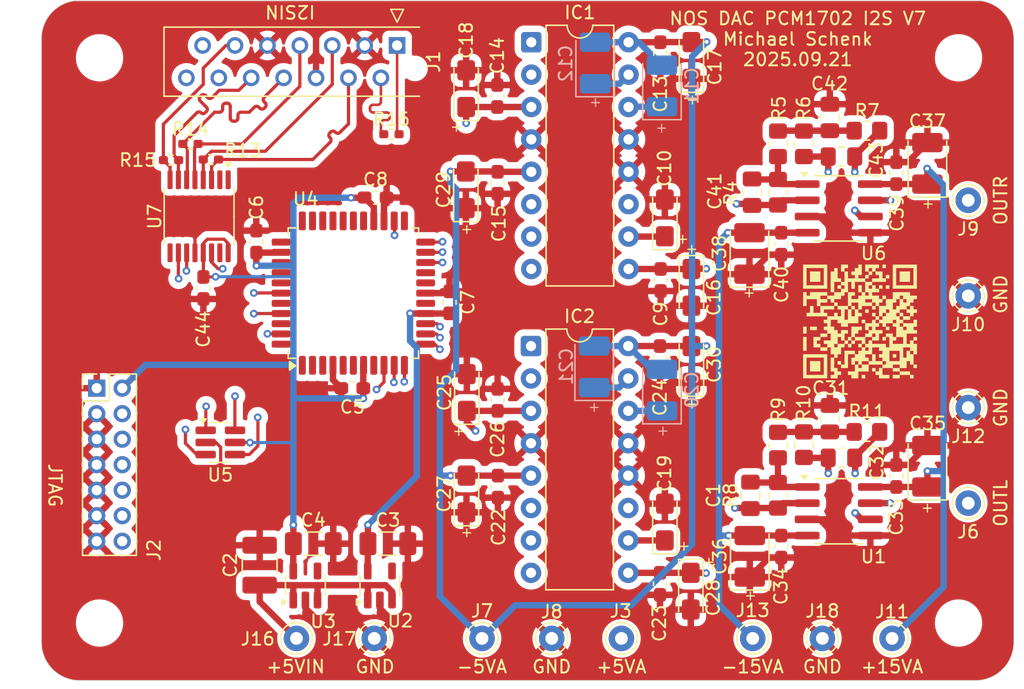
<source format=kicad_pcb>
(kicad_pcb (version 20241229) (generator "pcbnew") (generator_version "9.0")
  (layers (0 "F.Cu" mixed) (4 "In1.Cu" signal) (6 "In2.Cu" signal) (2 "B.Cu" mixed) (13 "F.Paste" user) (15 "B.Paste" user) (5 "F.SilkS" user "F.Silkscreen") (7 "B.SilkS" user "B.Silkscreen") (1 "F.Mask" user) (3 "B.Mask" user) (25 "Edge.Cuts" user))
  (net 0 "")
  (net 1 "GND")
  (net 2 "+3V3")
  (net 3 "+1V8")
  (net 4 "Net-(IC2-IOUT)")
  (net 5 "JTAG_TCK")
  (net 6 "JTAG_TDO")
  (net 7 "JTAG_TDI")
  (net 8 "JTAG_TMS")
  (net 10 "BCK")
  (net 11 "LRCK")
  (net 12 "DATAIN")
  (net 13 "DATAOUTR")
  (net 14 "DATAOUTL")
  (net 15 "+5VA")
  (net 16 "Net-(J16-Pin_1)")
  (net 17 "-5VA")
  (net 18 "Net-(IC1-BPO)")
  (net 19 "Net-(IC1-SERV)")
  (net 20 "-15V")
  (net 21 "+15V")
  (net 22 "Net-(IC1-REF)")
  (net 23 "Net-(IC2-BPO)")
  (net 24 "Net-(IC2-SERV)")
  (net 25 "LEOUTR")
  (net 26 "CLKOUTR")
  (net 27 "LEOUTL")
  (net 28 "CLKOUTL")
  (net 29 "Net-(C1-Pad2)")
  (net 30 "Net-(IC2-REF)")
  (net 31 "Net-(C31-Pad1)")
  (net 32 "Net-(U1B--)")
  (net 33 "Net-(J6-Pin_1)")
  (net 34 "Net-(C41-Pad2)")
  (net 35 "Net-(IC1-IOUT)")
  (net 36 "Net-(C42-Pad1)")
  (net 37 "Net-(J9-Pin_1)")
  (net 38 "Net-(U6B--)")
  (net 43 "SDA")
  (net 44 "SCL")
  (net 45 "/BCLK+")
  (net 46 "RESET")
  (net 47 "/MCLK-")
  (net 48 "/DATAIN-")
  (net 49 "/LRCLK+")
  (net 50 "/BCLK-")
  (net 51 "/LRCLK-")
  (net 52 "/MCLK+")
  (net 53 "/DATAIN+")
  (footprint "MountingHole:MountingHole_3.2mm_M3" (layer "F.Cu") (at 113.03 66.04)
    (property "Reference" "H1" (hide yes))
    (property "Value" "MountingHole")
  )
  (footprint "MountingHole:MountingHole_3.2mm_M3" (layer "F.Cu") (at 113.03 110.363)
    (property "Reference" "H4" (hide yes))
    (property "Value" "MountingHole")
  )
  (footprint "MountingHole:MountingHole_3.2mm_M3" (layer "F.Cu") (at 180.34 110.363)
    (property "Reference" "H3" (hide yes))
    (property "Value" "MountingHole")
  )
  (footprint "MountingHole:MountingHole_3.2mm_M3" (layer "F.Cu") (at 180.34 66.04)
    (property "Reference" "H2" (hide yes))
    (property "Value" "MountingHole")
  )
  (footprint "Capacitor_SMD:C_0603_1608Metric_Pad1.08x0.95mm_HandSolder" (layer "F.Cu") (at 132.8344 91.948)
    (property "Reference" "C5")
    (property "Value" "1uF")
  )
  (footprint "Package_QFP:TQFP-44_10x10mm_P0.8mm" (layer "F.Cu") (at 132.9199 84.4936 90)
    (property "Reference" "U4")
    (property "Value" "XC2C64A-xVQ44")
  )
  (footprint "Capacitor_SMD:C_0603_1608Metric_Pad1.08x0.95mm_HandSolder" (layer "F.Cu") (at 125.3149 80.4559 -90)
    (property "Reference" "C6")
    (property "Value" "1uF")
  )
  (footprint "Capacitor_SMD:C_0603_1608Metric_Pad1.08x0.95mm_HandSolder" (layer "F.Cu") (at 140.4533 85.2181 -90)
    (property "Reference" "C7")
    (property "Value" "1uF")
  )
  (footprint "Capacitor_SMD:C_0603_1608Metric_Pad1.08x0.95mm_HandSolder" (layer "F.Cu") (at 134.661 77.0004 180)
    (property "Reference" "C8")
    (property "Value" "1uF")
  )
  (footprint "Connector_PinHeader_2.00mm:PinHeader_2x07_P2.00mm_Vertical" (layer "F.Cu") (at 112.808 91.948)
    (property "Reference" "J2")
    (property "Value" "Conn_02x07_Odd_Even")
  )
  (footprint "Package_TO_SOT_SMD:SC-74-6_1.55x2.9mm_P0.95mm" (layer "F.Cu") (at 122.497 96.2025)
    (property "Reference" "U5")
    (property "Value" "CM1293A−04SO")
  )
  (footprint "Connector_Pin:Pin_D1.0mm_L10.0mm" (layer "F.Cu") (at 181.102 84.709)
    (property "Reference" "J10")
    (property "Value" "GND")
  )
  (footprint "Connector_Pin:Pin_D1.0mm_L10.0mm" (layer "F.Cu") (at 175.133 111.5695)
    (property "Reference" "J11")
    (property "Value" "+15VAIN")
  )
  (footprint "Connector_Pin:Pin_D1.0mm_L10.0mm" (layer "F.Cu") (at 164.211 111.5695)
    (property "Reference" "J13")
    (property "Value" "-15VAIN")
  )
  (footprint "Connector_Pin:Pin_D1.0mm_L10.0mm" (layer "F.Cu") (at 169.672 111.5695)
    (property "Reference" "J18")
    (property "Value" "GND")
  )
  (footprint "Capacitor_Tantalum_SMD:CP_EIA-3216-18_Kemet-A_HandSolder" (layer "F.Cu") (at 157.3276 102.446 90)
    (property "Reference" "C19")
    (property "Value" "100uF")
  )
  (footprint "Package_DIP:DIP-16_W7.62mm" (layer "F.Cu") (at 146.838299 88.646)
    (property "Reference" "IC2")
    (property "Value" "PCM1702P")
  )
  (footprint "Connector_Pin:Pin_D1.0mm_L10.0mm" (layer "F.Cu") (at 181.102 100.965)
    (property "Reference" "J6")
    (property "Value" "OUT")
  )
  (footprint "Connector_Pin:Pin_D1.0mm_L10.0mm" (layer "F.Cu") (at 181.102 93.472)
    (property "Reference" "J12")
    (property "Value" "GND")
  )
  (footprint "Capacitor_SMD:C_0805_2012Metric_Pad1.18x1.45mm_HandSolder" (layer "F.Cu") (at 164.0332 100.3515 90)
    (property "Reference" "C1")
    (property "Value" "47p")
  )
  (footprint "Capacitor_SMD:C_0805_2012Metric_Pad1.18x1.45mm_HandSolder" (layer "F.Cu") (at 170.2562 94.3395 90)
    (property "Reference" "C31")
    (property "Value" "1n")
  )
  (footprint "Capacitor_SMD:C_0805_2012Metric_Pad1.18x1.45mm_HandSolder" (layer "F.Cu") (at 171.1667 97.409)
    (property "Reference" "C32")
    (property "Value" "270p")
  )
  (footprint "Capacitor_Tantalum_SMD:CP_EIA-3528-12_Kemet-T_HandSolder" (layer "F.Cu") (at 177.9016 98.0675 90)
    (property "Reference" "C35")
    (property "Value" "10uF/25V")
  )
  (footprint "Capacitor_Tantalum_SMD:CP_EIA-3528-12_Kemet-T_HandSolder" (layer "F.Cu") (at 163.9824 105.1325 90)
    (property "Reference" "C36")
    (property "Value" "10uF/25V")
  )
  (footprint "Resistor_SMD:R_0805_2012Metric_Pad1.20x1.40mm_HandSolder" (layer "F.Cu") (at 166.1922 100.346 -90)
    (property "Reference" "R8")
    (property "Value" "2.5k")
  )
  (footprint "Resistor_SMD:R_0805_2012Metric_Pad1.20x1.40mm_HandSolder" (layer "F.Cu") (at 166.1922 96.409 -90)
    (property "Reference" "R9")
    (property "Value" "4.7k")
  )
  (footprint "Resistor_SMD:R_0805_2012Metric_Pad1.20x1.40mm_HandSolder" (layer "F.Cu") (at 168.2242 96.377 -90)
    (property "Reference" "R10")
    (property "Value" "4.7k")
  )
  (footprint "Resistor_SMD:R_0805_2012Metric_Pad1.20x1.40mm_HandSolder" (layer "F.Cu") (at 173.1612 95.377 180)
    (property "Reference" "R11")
    (property "Value" "2k")
  )
  (footprint "Capacitor_SMD:C_0603_1608Metric_Pad1.08x0.95mm_HandSolder" (layer "F.Cu") (at 175.4632 98.8325 90)
    (property "Reference" "C33")
    (property "Value" "1uF")
  )
  (footprint "Capacitor_SMD:C_0603_1608Metric_Pad1.08x0.95mm_HandSolder" (layer "F.Cu") (at 166.4462 104.3675 90)
    (property "Reference" "C34")
    (property "Value" "1uF")
  )
  (footprint "Package_SO:SOIC-8_3.9x4.9mm_P1.27mm" (layer "F.Cu") (at 170.9562 101.6)
    (property "Reference" "U1")
    (property "Value" "OPA1612")
  )
  (footprint "Capacitor_Tantalum_SMD:CP_EIA-3216-18_Kemet-A_HandSolder" (layer "F.Cu") (at 141.8082 92.286 90)
    (property "Reference" "C25")
    (property "Value" "10uF/10V")
  )
  (footprint "Capacitor_Tantalum_SMD:CP_EIA-3216-18_Kemet-A_HandSolder" (layer "F.Cu") (at 141.7828 100.246 90)
    (property "Reference" "C27")
    (property "Value" "10uF/10V")
  )
  (footprint "Capacitor_Tantalum_SMD:CP_EIA-3216-18_Kemet-A_HandSolder" (layer "F.Cu") (at 159.3596 107.866 -90)
    (property "Reference" "C28")
    (property "Value" "10uF/25V")
  )
  (footprint "Capacitor_Tantalum_SMD:CP_EIA-3216-18_Kemet-A_HandSolder" (layer "F.Cu") (at 159.4104 90.086 90)
    (property "Reference" "C30")
    (property "Value" "10uF/25V")
  )
  (footprint "Capacitor_Tantalum_SMD:CP_EIA-3216-18_Kemet-A_HandSolder" (layer "F.Cu") (at 159.4104 84.0408 -90)
    (property "Reference" "C16")
    (property "Value" "10uF/10V")
  )
  (footprint "Capacitor_Tantalum_SMD:CP_EIA-3216-18_Kemet-A_HandSolder" (layer "F.Cu") (at 159.4104 66.251 90)
    (property "Reference" "C17")
    (property "Value" "10uF/10V")
  )
  (footprint "Capacitor_Tantalum_SMD:CP_EIA-3216-18_Kemet-A_HandSolder" (layer "F.Cu") (at 141.7574 68.4608 90)
    (property "Reference" "C18")
    (property "Value" "10uF/10V")
  )
  (footprint "Capacitor_Tantalum_SMD:CP_EIA-3216-18_Kemet-A_HandSolder" (layer "F.Cu") (at 141.732 76.3954 90)
    (property "Reference" "C29")
    (property "Value" "10uF/25V")
  )
  (footprint "Capacitor_Tantalum_SMD:CP_EIA-3528-12_Kemet-T_HandSolder" (layer "F.Cu") (at 177.9016 74.3185 90)
    (property "Reference" "C37")
    (property "Value" "10uF/25V")
  )
  (footprint "Resistor_SMD:R_0805_2012Metric_Pad1.20x1.40mm_HandSolder" (layer "F.Cu") (at 173.1612 71.755 180)
    (property "Reference" "R7")
    (property "Value" "2k")
  )
  (footprint "Resistor_SMD:R_0805_2012Metric_Pad1.20x1.40mm_HandSolder" (layer "F.Cu") (at 166.1922 76.581 -90)
    (property "Reference" "R4")
    (property "Value" "2.5k")
  )
  (footprint "Capacitor_SMD:C_0603_1608Metric_Pad1.08x0.95mm_HandSolder" (layer "F.Cu") (at 156.9974 83.4633 -90)
    (property "Reference" "C9")
    (property "Value" "1uF")
  )
  (footprint "Capacitor_SMD:C_0603_1608Metric_Pad1.08x0.95mm_HandSolder" (layer "F.Cu") (at 144.2212 92.8635 90)
    (property "Reference" "C26")
    (property "Value" "1uF")
  )
  (footprint "Capacitor_SMD:C_0603_1608Metric_Pad1.08x0.95mm_HandSolder" (layer "F.Cu") (at 156.9466 89.5085 -90)
    (property "Reference" "C24")
    (property "Value" "1uF")
  )
  (footprint "Package_SO:SOIC-8_3.9x4.9mm_P1.27mm" (layer "F.Cu") (at 170.9547 77.851)
    (property "Reference" "U6")
    (property "Value" "OPA1612")
  )
  (footprint "Capacitor_SMD:C_0603_1608Metric_Pad1.08x0.95mm_HandSolder" (layer "F.Cu") (at 156.9466 107.2885 -90)
    (property "Reference" "C23")
    (property "Value" "1uF")
  )
  (footprint "Capacitor_SMD:C_0603_1608Metric_Pad1.08x0.95mm_HandSolder" (layer "F.Cu") (at 144.2466 99.6685 -90)
    (property "Reference" "C22")
    (property "Value" "1uF")
  )
  (footprint "Capacitor_SMD:C_0603_1608Metric_Pad1.08x0.95mm_HandSolder" (layer "F.Cu") (at 144.2212 75.8433 -90)
    (property "Reference" "C15")
    (property "Value" "1uF")
  )
  (footprint "Capacitor_SMD:C_0603_1608Metric_Pad1.08x0.95mm_HandSolder" (layer "F.Cu") (at 144.1958 69.0361 90)
    (property "Reference" "C14")
    (property "Value" "1uF")
  )
  (footprint "Capacitor_SMD:C_0805_2012Metric_Pad1.18x1.45mm_HandSolder" (layer "F.Cu") (at 171.1667 73.787)
    (property "Reference" "C43")
    (property "Value" "270p")
  )
  (footprint "Resistor_SMD:R_0805_2012Metric_Pad1.20x1.40mm_HandSolder" (layer "F.Cu") (at 166.1922 72.787 -90)
    (property "Reference" "R5")
    (property "Value" "4.7k")
  )
  (footprint "Capacitor_SMD:C_0805_2012Metric_Pad1.18x1.45mm_HandSolder" (layer "F.Cu") (at 170.2562 70.7175 90)
    (property "Reference" "C42")
    (property "Value" "1n")
  )
  (footprint "Resistor_SMD:R_0805_2012Metric_Pad1.20x1.40mm_HandSolder" (layer "F.Cu") (at 168.2242 72.787 -90)
    (property "Reference" "R6")
    (property "Value" "4.7k")
  )
  (footprint "Capacitor_SMD:C_0805_2012Metric_Pad1.18x1.45mm_HandSolder" (layer "F.Cu") (at 164.1602 76.581 90)
    (property "Reference" "C41")
    (property "Value" "47p")
  )
  (footprint "Capacitor_SMD:C_0603_1608Metric_Pad1.08x0.95mm_HandSolder" (layer "F.Cu") (at 166.4462 80.6185 90)
    (property "Reference" "C40")
    (property "Value" "1uF")
  )
  (footprint "Capacitor_SMD:C_0603_1608Metric_Pad1.08x0.95mm_HandSolder" (layer "F.Cu") (at 156.972 65.6833 -90)
    (property "Reference" "C13")
    (property "Value" "1uF")
  )
  (footprint "Capacitor_SMD:C_0603_1608Metric_Pad1.08x0.95mm_HandSolder" (layer "F.Cu") (at 175.4632 75.0835 90)
    (property "Reference" "C39")
    (property "Value" "1uF")
  )
  (footprint "Capacitor_Tantalum_SMD:CP_EIA-3528-12_Kemet-T_HandSolder" (layer "F.Cu") (at 163.957 81.3835 90)
    (property "Reference" "C38")
    (property "Value" "10uF/25V")
  )
  (footprint "Package_DIP:DIP-16_W7.62mm" (layer "F.Cu") (at 146.8628 64.821001)
    (property "Reference" "IC1")
    (property "Value" "PCM1702P")
  )
  (footprint "Capacitor_Tantalum_SMD:CP_EIA-3216-18_Kemet-A_HandSolder" (layer "F.Cu") (at 157.3276 78.5954 90)
    (property "Reference" "C10")
    (property "Value" "100uF")
  )
  (footprint "Connector_Pin:Pin_D1.0mm_L10.0mm" (layer "F.Cu") (at 153.924 111.5695)
    (property "Reference" "J3")
    (property "Value" "+5VAIN")
  )
  (footprint "Connector_Pin:Pin_D1.0mm_L10.0mm" (layer "F.Cu") (at 143.002 111.5695)
    (property "Reference" "J7")
    (property "Value" "-5VAIN")
  )
  (footprint "Connector_Pin:Pin_D1.0mm_L10.0mm" (layer "F.Cu") (at 148.463 111.5695)
    (property "Reference" "J8")
    (property "Value" "GND")
  )
  (footprint "Connector_Pin:Pin_D1.0mm_L10.0mm" (layer "F.Cu") (at 181.102 77.216)
    (property "Reference" "J9")
    (property "Value" "OUT")
  )
  (footprint "Connector_Pin:Pin_D1.0mm_L10.0mm" (layer "F.Cu") (at 128.4605 111.5695)
    (property "Reference" "J16")
    (property "Value" "+5VIN")
  )
  (footprint "Connector_Pin:Pin_D1.0mm_L10.0mm" (layer "F.Cu") (at 134.5565 111.5695)
    (property "Reference" "J17")
    (property "Value" "GND")
  )
  (footprint "Package_TO_SOT_SMD:SOT-23-5" (layer "F.Cu") (at 134.9985 107.4215 90)
    (property "Reference" "U2")
    (property "Value" "MIC5317-1.8YM5-TR")
  )
  (footprint "Package_TO_SOT_SMD:SOT-23-5" (layer "F.Cu") (at 129.1615 107.4215 90)
    (property "Reference" "U3")
    (property "Value" "MIC5317-3.3YM5-TR")
  )
  (footprint "Capacitor_SMD:C_1210_3225Metric_Pad1.33x2.70mm_HandSolder" (layer "F.Cu") (at 125.5776 105.8287 90)
    (property "Reference" "C2")
    (property "Value" "22uF/25V")
  )
  (footprint "Capacitor_SMD:C_1206_3216Metric_Pad1.33x1.80mm_HandSolder" (layer "F.Cu") (at 135.6237 104.14)
    (property "Reference" "C3")
    (property "Value" "10uF/50V")
  )
  (footprint "Capacitor_SMD:C_1206_3216Metric_Pad1.33x1.80mm_HandSolder" (layer "F.Cu") (at 129.7817 104.14)
    (property "Reference" "C4")
    (property "Value" "10uF/50V")
  )
  (footprint "Resistor_SMD:R_0402_1005Metric_Pad0.72x0.64mm_HandSolder" (layer "F.Cu") (at 120.1541 72.7964)
    (property "Reference" "R14")
    (property "Value" "100R")
  )
  (footprint "Resistor_SMD:R_0402_1005Metric_Pad0.72x0.64mm_HandSolder" (layer "F.Cu") (at 121.7555 74.0156)
    (property "Reference" "R13")
    (property "Value" "100R")
  )
  (footprint "LOGO" (layer "F.Cu") (at 172.6184 86.7156)
    (property "Reference" "G***" (hide yes))
    (property "Value" "LOGO" (hide yes))
  )
  (footprint "Resistor_SMD:R_0402_1005Metric_Pad0.72x0.64mm_HandSolder" (layer "F.Cu") (at 135.9021 72.0344)
    (property "Reference" "R16")
    (property "Value" "100R")
  )
  (footprint "Connector_TE-Connectivity:TE_Micro-MaTch_1-215079-4_2x07_P1.27mm_Vertical" (layer "F.Cu") (at 136.3472 65.0748 -90)
    (property "Reference" "J1")
    (property "Value" "Conn_01x15")
  )
  (footprint "Capacitor_SMD:C_0603_1608Metric_Pad1.08x0.95mm_HandSolder" (layer "F.Cu") (at 121.1684 84.0883 90)
    (property "Reference" "C44")
    (property "Value" "1uF")
  )
  (footprint "Resistor_SMD:R_0402_1005Metric_Pad0.72x0.64mm_HandSolder" (layer "F.Cu") (at 118.6301 74.0664)
    (property "Reference" "R15")
    (property "Value" "100R")
  )
  (footprint "Package_SO:TSSOP-16_4.4x5mm_P0.65mm" (layer "F.Cu") (at 120.833 78.4683 -90)
    (property "Reference" "U7")
    (property "Value" "FIN1048MTCX")
  )
  (footprint "Capacitor_Tantalum_SMD:CP_EIA-3528-21_Kemet-B_HandSolder" (layer "B.Cu") (at 157.099 92.0985 90)
    (property "Reference" "C20")
    (property "Value" "47uF")
  )
  (footprint "Capacitor_Tantalum_SMD:CP_EIA-3528-21_Kemet-B_HandSolder" (layer "B.Cu") (at 151.7904 90.2697 90)
    (property "Reference" "C21")
    (property "Value" "47uF")
  )
  (footprint "Capacitor_Tantalum_SMD:CP_EIA-3528-21_Kemet-B_HandSolder" (layer "B.Cu") (at 157.099 68.2479 90)
    (property "Reference" "C11")
    (property "Value" "47uF")
  )
  (footprint "Capacitor_Tantalum_SMD:CP_EIA-3528-21_Kemet-B_HandSolder" (layer "B.Cu") (at 151.8666 66.4483 90)
    (property "Reference" "C12")
    (property "Value" "47uF")
  )
  (gr_arc (start 181.67308 61.53388) (mid 183.7944 62.41256) (end 184.67308 64.53388) (stroke (width 0.05)) (layer "Edge.Cuts"))
  (gr_arc (start 111.47308 114.87388) (mid 109.35176 113.9952) (end 108.47308 111.87388) (stroke (width 0.05)) (layer "Edge.Cuts"))
  (gr_arc (start 184.67308 111.87388) (mid 183.7944 113.9952) (end 181.67308 114.87388) (stroke (width 0.05)) (layer "Edge.Cuts"))
  (gr_line (start 184.67308 64.53388) (end 184.67308 111.87388) (stroke (width 0.05)) (layer "Edge.Cuts"))
  (gr_line (start 181.67308 114.87388) (end 111.47308 114.87388) (stroke (width 0.05)) (layer "Edge.Cuts"))
  (gr_line (start 111.47308 61.53388) (end 181.67308 61.53388) (stroke (width 0.05)) (layer "Edge.Cuts"))
  (gr_line (start 108.47308 111.87388) (end 108.47308 64.53388) (stroke (width 0.05)) (layer "Edge.Cuts"))
  (gr_arc (start 108.47308 64.53388) (mid 109.35176 62.41256) (end 111.47308 61.53388) (stroke (width 0.05)) (layer "Edge.Cuts"))
  (gr_text "I2SIN" (at 127.9652 62.4332 180) (layer "F.SilkS") (effects (font (size 1 1))))
  (gr_text "GND" (at 148.463 113.792 0) (layer "F.SilkS") (effects (font (size 1 1))))
  (gr_text "+5VA" (at 153.924 113.792 0) (layer "F.SilkS") (effects (font (size 1 1))))
  (gr_text "GND" (at 169.672 113.792 0) (layer "F.SilkS") (effects (font (size 1 1))))
  (gr_text "-15VA" (at 164.211 113.792 0) (layer "F.SilkS") (effects (font (size 1 1))))
  (gr_text "+15VA" (at 175.133 113.792 0) (layer "F.SilkS") (effects (font (size 1 1))))
  (gr_text "JTAG" (at 109.5375 99.568 270) (layer "F.SilkS") (effects (font (size 1 1))))
  (gr_text "-5VA" (at 143.002 113.792 0) (layer "F.SilkS") (effects (font (size 1 1))))
  (gr_text "NOS DAC PCM1702 I2S V7\nMichael Schenk\n2025.09.21" (at 167.7416 64.5668 0) (layer "F.SilkS") (effects (font (size 1 1))))
  (gr_text "GND" (at 183.642 84.582 90) (layer "F.SilkS") (effects (font (size 1 1))))
  (gr_text "OUTR" (at 183.642 77.216 90) (layer "F.SilkS") (effects (font (size 1 1))))
  (gr_text "GND" (at 183.642 93.472 90) (layer "F.SilkS") (effects (font (size 1 1))))
  (gr_text "OUTL" (at 183.642 100.965 90) (layer "F.SilkS") (effects (font (size 1 1))))
  (gr_text "GND" (at 134.62 113.792 0) (layer "F.SilkS") (effects (font (size 1 1))))
  (gr_text "+" (at 163.9316 84.4296 0) (layer "F.SilkS") (effects (font (size 0.8 0.8) (thickness 0.1))))
  (gr_text "+" (at 177.9016 101.2952 0) (layer "F.SilkS") (effects (font (size 0.8 0.8) (thickness 0.1))))
  (gr_text "+" (at 140.9954 71.4248 0) (layer "F.SilkS") (effects (font (size 0.8 0.8) (thickness 0.1))))
  (gr_text "+" (at 160.782 105.537 0) (layer "F.SilkS") (effects (font (size 0.8 0.8) (thickness 0.1))))
  (gr_text "+" (at 159.4358 81.0006 0) (layer "F.SilkS") (effects (font (size 0.8 0.8) (thickness 0.1))))
  (gr_text "+" (at 159.4866 69.2912 0) (layer "F.SilkS") (effects (font (size 0.8 0.8) (thickness 0.1))))
  (gr_text "+" (at 158.8262 104.2924 0) (layer "F.SilkS") (effects (font (size 0.8 0.8) (thickness 0.1))))
  (gr_text "+" (at 159.4358 93.1418 0) (layer "F.SilkS") (effects (font (size 0.8 0.8) (thickness 0.1))))
  (gr_text "+" (at 141.8082 79.4512 0) (layer "F.SilkS") (effects (font (size 0.8 0.8) (thickness 0.1))))
  (gr_text "+" (at 158.7246 80.2132 0) (layer "F.SilkS") (effects (font (size 0.8 0.8) (thickness 0.1))))
  (gr_text "+" (at 177.9524 77.4446 0) (layer "F.SilkS") (effects (font (size 0.8 0.8) (thickness 0.1))))
  (gr_text "+5VIN" (at 128.397 113.792 0) (layer "F.SilkS") (effects (font (size 1 1))))
  (gr_text "+" (at 141.1732 95.2754 0) (layer "F.SilkS") (effects (font (size 0.8 0.8) (thickness 0.1))))
  (gr_text "+" (at 141.8082 103.2256 0) (layer "F.SilkS") (effects (font (size 0.8 0.8) (thickness 0.1))))
  (gr_text "+" (at 164.0332 108.1786 0) (layer "F.SilkS") (effects (font (size 0.8 0.8) (thickness 0.1))))
  (gr_text "+" (at 151.892 69.4944 -0) (layer "B.SilkS") (effects (font (size 0.8 0.8) (thickness 0.1)) (justify mirror)))
  (gr_text "+" (at 157.0736 71.501 -0) (layer "B.SilkS") (effects (font (size 0.8 0.8) (thickness 0.1)) (justify mirror)))
  (gr_text "+" (at 157.1752 95.25 -0) (layer "B.SilkS") (effects (font (size 0.8 0.8) (thickness 0.1)) (justify mirror)))
  (gr_text "+" (at 151.7904 93.3958 -0) (layer "B.SilkS") (effects (font (size 0.8 0.8) (thickness 0.1)) (justify mirror)))
  (segment (start 166.4462 81.481) (end 165.487 81.481) (width 0.5) (layer "F.Cu") (net 1))
  (segment (start 129.1615 109.1971) (end 130.302 110.3376) (width 0.5) (layer "F.Cu") (net 1))
  (segment (start 157.1378 90.371) (end 158.2928 91.526) (width 0.5) (layer "F.Cu") (net 1))
  (segment (start 121.347 96.2025) (end 122.146999 96.2025) (width 0.25) (layer "F.Cu") (net 1))
  (segment (start 120.508 79.4108) (end 119.7356 78.6384) (width 0.25) (layer "F.Cu") (net 1))
  (segment (start 166.4462 105.23) (end 165.5124 105.23) (width 0.5) (layer "F.Cu") (net 1))
  (segment (start 122.521 96.576501) (end 122.521 98.5434) (width 0.25) (layer "F.Cu") (net 1))
  (segment (start 134.9985 108.559) (end 134.9985 109.221499) (width 0.5) (layer "F.Cu") (net 1))
  (segment (start 156.3116 90.371) (end 157.1378 90.371) (width 0.5) (layer "F.Cu") (net 1))
  (segment (start 135.759001 109.982) (end 136.398 109.982) (width 0.5) (layer "F.Cu") (net 1))
  (segment (start 140.6674 84.3556) (end 142.0876 85.7758) (width 0.5) (layer "F.Cu") (net 1))
  (segment (start 130.302 110.3376) (end 130.3528 110.3376) (width 0.5) (layer "F.Cu") (net 1))
  (segment (start 129.1615 108.559) (end 129.1615 109.1971) (width 0.5) (layer "F.Cu") (net 1))
  (segment (start 169.454699 78.486) (end 170.7388 79.770101) (width 0.5) (layer "F.Cu") (net 1))
  (segment (start 131.3199 90.1561) (end 131.3199 91.296) (width 0.5) (layer "F.Cu") (net 1))
  (segment (start 168.4797 78.486) (end 169.454699 78.486) (width 0.5) (layer "F.Cu") (net 1))
  (segment (start 168.4812 102.235) (end 169.456199 102.235) (width 0.5) (layer "F.Cu") (net 1))
  (segment (start 175.4632 97.97) (end 176.3716 97.97) (width 0.5) (layer "F.Cu") (net 1))
  (segment (start 122.146999 96.2025) (end 122.521 96.576501) (width 0.25) (layer "F.Cu") (net 1))
  (segment (start 134.9985 109.221499) (end 135.759001 109.982) (width 0.5) (layer "F.Cu") (net 1))
  (segment (start 171.0944 103.873201) (end 171.0944 105.0036) (width 0.5) (layer "F.Cu") (net 1))
  (segment (start 140.4533 84.3556) (end 140.6674 84.3556) (width 0.5) (layer "F.Cu") (net 1))
  (segment (start 175.4632 74.221) (end 176.3716 74.221) (width 0.5) (layer "F.Cu") (net 1))
  (segment (start 176.3716 97.97) (end 177.9016 96.44) (width 0.5) (layer "F.Cu") (net 1))
  (segment (start 176.3716 74.221) (end 177.9016 72.691) (width 0.5) (layer "F.Cu") (net 1))
  (segment (start 169.456199 102.235) (end 171.0944 103.873201) (width 0.5) (layer "F.Cu") (net 1))
  (segment (start 131.3199 91.296) (end 131.9719 91.948) (width 0.5) (layer "F.Cu") (net 1))
  (segment (start 135.3199 78.8311) (end 135.3199 77.204) (width 0.5) (layer "F.Cu") (net 1))
  (segment (start 138.5824 84.4936) (end 140.3153 84.4936) (width 0.5) (layer "F.Cu") (net 1))
  (segment (start 165.487 81.481) (end 163.957 83.011) (width 0.5) (layer "F.Cu") (net 1))
  (segment (start 170.7388 79.770101) (end 170.7388 81.026) (width 0.5) (layer "F.Cu") (net 1))
  (segment (start 165.5124 105.23) (end 163.9824 106.76) (width 0.5) (layer "F.Cu") (net 1))
  (segment (start 129.9972 63.1952) (end 130.302 62.8904) (width 0.5) (layer "F.Cu") (net 1))
  (segment (start 140.3153 84.4936) (end 140.4533 84.3556) (width 0.5) (layer "F.Cu") (net 1))
  (segment (start 122.521 98.5434) (end 122.5296 98.552) (width 0.25) (layer "F.Cu") (net 1))
  (segment (start 135.3199 77.204) (end 135.5235 77.0004) (width 0.5) (layer "F.Cu") (net 1))
  (segment (start 120.508 81.3308) (end 120.508 79.4108) (width 0.25) (layer "F.Cu") (net 1))
  (segment (start 129.9972 67.6148) (end 129.9972 63.1952) (width 0.5) (layer "F.Cu") (net 1))
  (segment (start 121.487301 80.264) (end 122.778699 80.264) (width 0.25) (layer "F.Cu") (net 2))
  (segment (start 125.3149 81.3184) (end 127.2326 81.3184) (width 0.5) (layer "F.Cu") (net 2))
  (segment (start 121.1684 83.2258) (end 122.1078 83.2258) (width 0.25) (layer "F.Cu") (net 2))
  (segment (start 122.1078 83.2258) (end 122.1232 83.2104) (width 0.25) (layer "F.Cu") (net 2))
  (segment (start 133.6969 91.948) (end 133.6969 92.739303) (width 0.5) (layer "F.Cu") (net 2))
  (segment (start 128.2115 106.284) (end 128.2115 104.1477) (width 0.5) (layer "F.Cu") (net 2))
  (segment (start 123.647 96.2025) (end 124.8029 96.2025) (width 0.25) (layer "F.Cu") (net 2))
  (segment (start 123.108 80.593301) (end 123.108 81.3308) (width 0.25) (layer "F.Cu") (net 2))
  (segment (start 121.158 80.593301) (end 121.487301 80.264) (width 0.25) (layer "F.Cu") (net 2))
  (segment (start 121.1684 81.3412) (end 121.158 81.3308) (width 0.25) (layer "F.Cu") (net 2))
  (segment (start 134.5199 78.8311) (end 134.5199 77.7218) (width 0.5) (layer "F.Cu") (net 2))
  (segment (start 134.5199 77.7218) (end 133.7985 77.0004) (width 0.5) (layer "F.Cu") (net 2))
  (segment (start 124.8029 96.2025) (end 124.8156 96.2152) (width 0.25) (layer "F.Cu") (net 2))
  (segment (start 125.3149 81.3184) (end 125.3149 82.3381) (width 0.5) (layer "F.Cu") (net 2))
  (segment (start 125.3149 82.3381) (end 125.3236 82.3468) (width 0.5) (layer "F.Cu") (net 2))
  (segment (start 133.6969 92.739303) (end 133.7056 92.748003) (width 0.5) (layer "F.Cu") (net 2))
  (segment (start 133.6969 91.948) (end 133.6969 90.1791) (width 0.5) (layer "F.Cu") (net 2))
  (segment (start 128.2115 104.1477) (end 128.2192 104.14) (width 0.5) (layer "F.Cu") (net 2))
  (segment (start 133.7861 77.0128) (end 133.7985 77.0004) (width 0.5) (layer "F.Cu") (net 2))
  (segment (start 133.6969 90.1791) (end 133.7199 90.1561) (width 0.5) (layer "F.Cu") (net 2))
  (segment (start 132.7404 77.0128) (end 133.7861 77.0128) (width 0.5) (layer "F.Cu") (net 2))
  (segment (start 122.778699 80.264) (end 123.108 80.593301) (width 0.25) (layer "F.Cu") (net 2))
  (segment (start 128.2192 104.14) (end 128.2192 102.6668) (width 0.5) (layer "F.Cu") (net 2))
  (segment (start 127.2326 81.3184) (end 127.2574 81.2936) (width 0.5) (layer "F.Cu") (net 2))
  (segment (start 121.1684 83.2258) (end 121.1684 81.3412) (width 0.25) (layer "F.Cu") (net 2))
  (segment (start 121.158 81.3308) (end 121.158 80.593301) (width 0.25) (layer "F.Cu") (net 2))
  (via (at 125.3236 82.3468) (size 0.6) (drill 0.3) (layers "F.Cu" "B.Cu") (net 2))
  (via (at 122.1232 83.2104) (size 0.6) (drill 0.3) (layers "F.Cu" "B.Cu") (net 2))
  (via (at 124.8156 96.2152) (size 0.6) (drill 0.3) (layers "F.Cu" "B.Cu") (net 2))
  (via (at 133.7056 92.748003) (size 0.6) (drill 0.3) (layers "F.Cu" "B.Cu") (net 2))
  (via (at 132.7404 77.0128) (size 0.6) (drill 0.3) (layers "F.Cu" "B.Cu") (net 2))
  (via (at 128.2192 102.6668) (size 0.6) (drill 0.3) (layers "F.Cu" "B.Cu") (net 2))
  (segment (start 125.3236 82.3468) (end 128.2192 82.3468) (width 0.5) (layer "B.Cu") (net 2))
  (segment (start 128.6764 77.0128) (end 132.7404 77.0128) (width 0.5) (layer "B.Cu") (net 2))
  (segment (start 128.2192 83.2104) (end 128.2192 82.3468) (width 0.5) (layer "B.Cu") (net 2))
  (segment (start 122.1232 83.2104) (end 128.2192 83.2104) (width 0.25) (layer "B.Cu") (net 2))
  (segment (start 116.6368 90.1192) (end 128.2192 90.1192) (width 0.5) (layer "B.Cu") (net 2))
  (segment (start 128.2192 77.47) (end 128.6764 77.0128) (width 0.5) (layer "B.Cu") (net 2))
  (segment (start 128.231997 92.748003) (end 128.2192 92.7608) (width 0.5) (layer "B.Cu") (net 2))
  (segment (start 128.2192 92.7608) (end 128.2192 90.1192) (width 0.5) (layer "B.Cu") (net 2))
  (segment (start 133.7056 92.748003) (end 128.231997 92.748003) (width 0.5) (layer "B.Cu") (net 2))
  (segment (start 128.2192 102.6668) (end 128.2192 96.2152) (width 0.5) (layer "B.Cu") (net 2))
  (segment (start 114.808 91.948) (end 116.6368 90.1192) (width 0.5) (layer "B.Cu") (net 2))
  (segment (start 124.8156 96.2152) (end 128.2192 96.2152) (width 0.25) (layer "B.Cu") (net 2))
  (segment (start 128.2192 82.3468) (end 128.2192 77.47) (width 0.5) (layer "B.Cu") (net 2))
  (segment (start 128.2192 90.1192) (end 128.2192 83.2104) (width 0.5) (layer "B.Cu") (net 2))
  (segment (start 128.2192 96.2152) (end 128.2192 92.7608) (width 0.5) (layer "B.Cu") (net 2))
  (segment (start 134.0485 104.1527) (end 134.0612 104.14) (width 0.5) (layer "F.Cu") (net 3))
  (segment (start 138.5824 86.0936) (end 140.4403 86.0936) (width 0.5) (layer "F.Cu") (net 3))
  (segment (start 134.0612 104.14) (end 134.0612 102.6668) (width 0.5) (layer "F.Cu") (net 3))
  (segment (start 137.3762 86.0936) (end 137.3632 86.0806) (width 0.5) (layer "F.Cu") (net 3))
  (segment (start 134.0485 106.284) (end 134.0485 104.1527) (width 0.5) (layer "F.Cu") (net 3))
  (segment (start 140.4403 86.0936) (end 140.4533 86.0806) (width 0.5) (layer "F.Cu") (net 3))
  (segment (start 138.5824 86.0936) (end 137.3762 86.0936) (width 0.5) (layer "F.Cu") (net 3))
  (via (at 137.3632 86.0806) (size 0.6) (drill 0.3) (layers "F.Cu" "B.Cu") (net 3))
  (via (at 134.0612 102.6668) (size 0.6) (drill 0.3) (layers "F.Cu" "B.Cu") (net 3))
  (segment (start 134.0612 102.6668) (end 137.8966 98.8314) (width 0.5) (layer "B.Cu") (net 3))
  (segment (start 137.3632 86.0806) (end 137.3632 88.2396) (width 0.5) (layer "B.Cu") (net 3))
  (segment (start 137.8966 98.8314) (end 137.8966 88.773) (width 0.5) (layer "B.Cu") (net 3))
  (segment (start 137.3632 88.2396) (end 137.8966 88.773) (width 0.5) (layer "B.Cu") (net 3))
  (segment (start 162.814 101.346) (end 163.9902 101.346) (width 0.5) (layer "F.Cu") (net 4))
  (segment (start 163.9902 101.346) (end 164.0332 101.389) (width 0.5) (layer "F.Cu") (net 4))
  (segment (start 168.4812 100.965) (end 166.5732 100.965) (width 0.5) (layer "F.Cu") (net 4))
  (segment (start 166.5732 100.965) (end 166.1922 101.346) (width 0.5) (layer "F.Cu") (net 4))
  (segment (start 164.0762 101.346) (end 164.0332 101.389) (width 0.5) (layer "F.Cu") (net 4))
  (segment (start 166.1922 101.346) (end 164.0762 101.346) (width 0.5) (layer "F.Cu") (net 4))
  (via (at 162.814 101.346) (size 0.6) (drill 0.3) (layers "F.Cu" "B.Cu") (net 4))
  (segment (start 124.763598 97.1525) (end 125.4416 96.474498) (width 0.25) (layer "F.Cu") (net 5))
  (segment (start 125.4416 94.2504) (end 125.4252 94.234) (width 0.25) (layer "F.Cu") (net 5))
  (segment (start 125.4416 96.474498) (end 125.4416 94.2504) (width 0.25) (layer "F.Cu") (net 5))
  (segment (start 136.9199 91.4261) (end 136.906 91.44) (width 0.25) (layer "F.Cu") (net 5))
  (segment (start 123.647 97.1525) (end 124.763598 97.1525) (width 0.25) (layer "F.Cu") (net 5))
  (segment (start 136.9199 90.1561) (end 136.9199 91.4261) (width 0.25) (layer "F.Cu") (net 5))
  (via (at 136.906 91.44) (size 0.6) (drill 0.3) (layers "F.Cu" "B.Cu") (net 5))
  (via (at 125.4252 94.234) (size 0.6) (drill 0.3) (layers "F.Cu" "B.Cu") (net 5))
  (segment (start 136.144 79.9592) (end 136.144 78.8552) (width 0.25) (layer "F.Cu") (net 6))
  (segment (start 121.3595 97.1525) (end 120.647 97.1525) (width 0.25) (layer "F.Cu") (net 6))
  (segment (start 119.761 96.2665) (end 119.761 95.1865) (width 0.25) (layer "F.Cu") (net 6))
  (segment (start 136.144 78.8552) (end 136.1199 78.8311) (width 0.25) (layer "F.Cu") (net 6))
  (segment (start 120.647 97.1525) (end 119.761 96.2665) (width 0.25) (layer "F.Cu") (net 6))
  (via (at 136.144 79.9592) (size 0.6) (drill 0.3) (layers "F.Cu" "B.Cu") (net 6))
  (via (at 119.761 95.1865) (size 0.6) (drill 0.3) (layers "F.Cu" "B.Cu") (net 6))
  (segment (start 123.6345 92.583) (end 123.6445 92.573) (width 0.25) (layer "F.Cu") (net 7))
  (segment (start 135.3199 90.1561) (end 135.3199 91.4641) (width 0.25) (layer "F.Cu") (net 7))
  (segment (start 123.6345 95.2525) (end 123.6345 92.583) (width 0.25) (layer "F.Cu") (net 7))
  (segment (start 135.3199 91.4641) (end 134.7344 92.0496) (width 0.25) (layer "F.Cu") (net 7))
  (via (at 134.7344 92.0496) (size 0.6) (drill 0.3) (layers "F.Cu" "B.Cu") (net 7))
  (via (at 123.6445 92.573) (size 0.6) (drill 0.3) (layers "F.Cu" "B.Cu") (net 7))
  (segment (start 136.1199 91.4641) (end 136.0932 91.4908) (width 0.25) (layer "F.Cu") (net 8))
  (segment (start 121.3595 93.3975) (end 121.383997 93.373003) (width 0.25) (layer "F.Cu") (net 8))
  (segment (start 136.1199 90.1561) (end 136.1199 91.4641) (width 0.25) (layer "F.Cu") (net 8))
  (segment (start 121.3595 95.2525) (end 121.3595 93.3975) (width 0.25) (layer "F.Cu") (net 8))
  (via (at 121.383997 93.373003) (size 0.6) (drill 0.3) (layers "F.Cu" "B.Cu") (net 8))
  (via (at 136.0932 91.4908) (size 0.6) (drill 0.3) (layers "F.Cu" "B.Cu") (net 8))
  (segment (start 121.808 82.068299) (end 122.325101 82.5854) (width 0.25) (layer "F.Cu") (net 10))
  (segment (start 122.325101 82.5854) (end 122.682 82.5854) (width 0.25) (layer "F.Cu") (net 10))
  (segment (start 126.1872 87.6808) (end 127.2446 87.6808) (width 0.25) (layer "F.Cu") (net 10))
  (segment (start 121.808 81.3308) (end 121.808 82.068299) (width 0.25) (layer "F.Cu") (net 10))
  (segment (start 127.2446 87.6808) (end 127.2574 87.6936) (width 0.25) (layer "F.Cu") (net 10))
  (via (at 122.682 82.5854) (size 0.6) (drill 0.3) (layers "F.Cu" "B.Cu") (net 10))
  (via (at 126.1872 87.6808) (size 0.6) (drill 0.3) (layers "F.Cu" "B.Cu") (net 10))
  (segment (start 125.1328 86.0936) (end 125.1204 86.106) (width 0.25) (layer "F.Cu") (net 11))
  (segment (start 127.2574 86.0936) (end 125.1328 86.0936) (width 0.25) (layer "F.Cu") (net 11))
  (segment (start 119.208 83.3432) (end 119.2276 83.3628) (width 0.25) (layer "F.Cu") (net 11))
  (segment (start 119.208 81.3308) (end 119.208 83.3432) (width 0.25) (layer "F.Cu") (net 11))
  (via (at 119.2276 83.3628) (size 0.6) (drill 0.3) (layers "F.Cu" "B.Cu") (net 11))
  (via (at 125.1204 86.106) (size 0.6) (drill 0.3) (layers "F.Cu" "B.Cu") (net 11))
  (segment (start 119.858 81.3308) (end 119.858 82.7324) (width 0.25) (layer "F.Cu") (net 12))
  (segment (start 127.2442 84.4804) (end 127.2574 84.4936) (width 0.25) (layer "F.Cu") (net 12))
  (segment (start 119.858 82.7324) (end 119.8372 82.7532) (width 0.25) (layer "F.Cu") (net 12))
  (segment (start 125.1204 84.4804) (end 127.2442 84.4804) (width 0.25) (layer "F.Cu") (net 12))
  (via (at 125.1204 84.4804) (size 0.6) (drill 0.3) (layers "F.Cu" "B.Cu") (net 12))
  (via (at 119.8372 82.7532) (size 0.6) (drill 0.3) (layers "F.Cu" "B.Cu") (net 12))
  (segment (start 139.8768 80.4936) (end 139.9032 80.4672) (width 0.25) (layer "F.Cu") (net 13))
  (segment (start 138.5824 80.4936) (end 139.8768 80.4936) (width 0.25) (layer "F.Cu") (net 13))
  (via (at 139.9032 80.4672) (size 0.6) (drill 0.3) (layers "F.Cu" "B.Cu") (net 13))
  (segment (start 138.5824 86.8936) (end 139.475213 86.8936) (width 0.25) (layer "F.Cu") (net 14))
  (segment (start 139.475213 86.8936) (end 139.712 87.130387) (width 0.25) (layer "F.Cu") (net 14))
  (via (at 139.712 87.130387) (size 0.6) (drill 0.3) (layers "F.Cu" "B.Cu") (net 14))
  (segment (start 159.4358 82.5754) (end 159.4104 82.6008) (width 0.5) (layer "F.Cu") (net 15))
  (segment (start 146.850301 69.9135) (end 146.8628 69.901001) (width 0.5) (layer "F.Cu") (net 15))
  (segment (start 141.8082 93.726) (end 141.8082 94.615) (width 0.5) (layer "F.Cu") (net 15))
  (segment (start 141.8082 94.615) (end 142.494 95.3008) (width 0.5) (layer "F.Cu") (net 15))
  (segment (start 141.7574 69.9008) (end 141.7574 71.1708) (width 0.5) (layer "F.Cu") (net 15))
  (segment (start 160.5788 82.5754) (end 159.4358 82.5754) (width 0.5) (layer "F.Cu") (net 15))
  (segment (start 159.4104 82.6008) (end 156.9974 82.6008) (width 0.5) (layer "F.Cu") (net 15))
  (segment (start 156.9466 106.426) (end 154.458299 106.426) (width 0.5) (layer "F.Cu") (net 15))
  (segment (start 144.1936 69.9008) (end 144.1958 69.8986) (width 0.5) (layer "F.Cu") (net 15))
  (segment (start 141.8082 93.726) (end 144.2212 93.726) (width 0.5) (layer "F.Cu") (net 15))
  (segment (start 159.3596 106.426) (end 160.528 106.426) (width 0.5) (layer "F.Cu") (net 15))
  (segment (start 144.1958 69.8986) (end 146.860399 69.8986) (width 0.5) (layer "F.Cu") (net 15))
  (segment (start 160.528 106.426) (end 160.5534 106.4514) (width 0.5) (layer "F.Cu") (net 15))
  (segment (start 159.3596 106.426) (end 156.9466 106.426) (width 0.5) (layer "F.Cu") (net 15))
  (segment (start 146.860399 69.8986) (end 146.8628 69.901001) (width 0.5) (layer "F.Cu") (net 15))
  (segment (start 141.7574 69.9008) (end 144.1936 69.9008) (width 0.5) (layer "F.Cu") (net 15))
  (segment (start 156.9974 82.6008) (end 154.483001 82.6008) (width 0.5) (layer "F.Cu") (net 15))
  (segment (start 154.483001 82.6008) (end 154.4828 82.601001) (width 0.5) (layer "F.Cu") (net 15))
  (segment (start 144.2212 93.726) (end 146.838299 93.726) (width 0.5) (layer "F.Cu") (net 15))
  (via (at 142.494 95.3008) (size 0.6) (drill 0.3) (layers "F.Cu" "B.Cu") (net 15))
  (via (at 160.5788 82.5754) (size 0.6) (drill 0.3) (layers "F.Cu" "B.Cu") (net 15))
  (via (at 160.5534 106.4514) (size 0.6) (drill 0.3) (layers "F.Cu" "B.Cu") (net 15))
  (via (at 141.7574 71.1708) (size 0.6) (drill 0.3) (layers "F.Cu" "B.Cu") (net 15))
  (segment (start 135.9485 107.896501) (end 135.9485 108.559) (width 0.5) (layer "F.Cu") (net 16))
  (segment (start 134.0485 107.4864) (end 133.9596 107.3975) (width 0.5) (layer "F.Cu") (net 16))
  (segment (start 130.1496 107.3975) (end 133.9596 107.3975) (width 0.5) (layer "F.Cu") (net 16))
  (segment (start 128.2115 107.456) (end 128.27 107.3975) (width 0.5) (layer "F.Cu") (net 16))
  (segment (start 133.9596 107.3975) (end 135.449499 107.3975) (width 0.5) (layer "F.Cu") (net 16))
  (segment (start 127.7683 107.3975) (end 128.27 107.3975) (width 0.5) (layer "F.Cu") (net 16))
  (segment (start 125.5776 108.6866) (end 125.5776 107.3912) (width 0.5) (layer "F.Cu") (net 16))
  (segment (start 134.0485 108.559) (end 134.0485 107.4864) (width 0.5) (layer "F.Cu") (net 16))
  (segment (start 128.2115 108.559) (end 128.2115 107.456) (width 0.5) (layer "F.Cu") (net 16))
  (segment (start 130.1115 108.559) (end 130.1115 107.4356) (width 0.5) (layer "F.Cu") (net 16))
  (segment (start 128.27 107.3975) (end 130.1496 107.3975) (width 0.5) (layer "F.Cu") (net 16))
  (segment (start 128.4605 111.5695) (end 125.5776 108.6866) (width 0.5) (layer "F.Cu") (net 16))
  (segment (start 127.762 107.3912) (end 127.7683 107.3975) (width 0.5) (layer "F.Cu") (net 16))
  (segment (start 125.5776 107.3912) (end 127.762 107.3912) (width 0.5) (layer "F.Cu") (net 16))
  (segment (start 130.1115 107.4356) (end 130.1496 107.3975) (width 0.5) (layer "F.Cu") (net 16))
  (segment (start 135.449499 107.3975) (end 135.9485 107.896501) (width 0.5) (layer "F.Cu") (net 16))
  (segment (start 159.4104 64.811) (end 156.9818 64.811) (width 0.5) (layer "F.Cu") (net 17))
  (segment (start 141.7828 98.806) (end 140.5382 98.806) (width 0.5) (layer "F.Cu") (net 17))
  (segment (start 146.862599 74.9808) (end 146.8628 74.981001) (width 0.5) (layer "F.Cu") (net 17))
  (segment (start 154.483001 64.8208) (end 154.4828 64.821001) (width 0.5) (layer "F.Cu") (net 17))
  (segment (start 160.5886 64.811) (end 160.6042 64.7954) (width 0.5) (layer "F.Cu") (net 17))
  (segment (start 144.2212 74.9808) (end 146.862599 74.9808) (width 0.5) (layer "F.Cu") (net 17))
  (segment (start 156.9818 64.811) (end 156.972 64.8208) (width 0.5) (layer "F.Cu") (net 17))
  (segment (start 141.732 74.9554) (end 140.5382 74.9554) (width 0.5) (layer "F.Cu") (net 17))
  (segment (start 159.4104 88.646) (end 160.5908 88.646) (width 0.5) (layer "F.Cu") (net 17))
  (segment (start 156.972 64.8208) (end 154.483001 64.8208) (width 0.5) (layer "F.Cu") (net 17))
  (segment (start 141.732 74.9554) (end 144.1958 74.9554) (width 0.5) (layer "F.Cu") (net 17))
  (segment (start 144.1958 74.9554) (end 144.2212 74.9808) (width 0.5) (layer "F.Cu") (net 17))
  (segment (start 141.7828 98.806) (end 144.2466 98.806) (width 0.5) (layer "F.Cu") (net 17))
  (segment (start 159.4104 88.646) (end 156.9466 88.646) (width 0.5) (layer "F.Cu") (net 17))
  (segment (start 156.9466 88.646) (end 154.458299 88.646) (width 0.5) (layer "F.Cu") (net 17))
  (segment (start 159.4104 64.811) (end 160.5886 64.811) (width 0.5) (layer "F.Cu") (net 17))
  (segment (start 144.2466 98.806) (end 146.838299 98.806) (width 0.5) (layer "F.Cu") (net 17))
  (via (at 140.5382 98.806) (size 0.6) (drill 0.3) (layers "F.Cu" "B.Cu") (net 17))
  (via (at 160.5908 88.646) (size 0.6) (drill 0.3) (layers "F.Cu" "B.Cu") (net 17))
  (via (at 160.6042 64.7954) (size 0.6) (drill 0.3) (layers "F.Cu" "B.Cu") (net 17))
  (via (at 140.5382 74.9554) (size 0.6) (drill 0.3) (layers "F.Cu" "B.Cu") (net 17))
  (segment (start 155.299601 64.821001) (end 157.099 66.6204) (width 0.5) (layer "B.Cu") (net 17))
  (segment (start 159.4612 65.9384) (end 160.6042 64.7954) (width 0.5) (layer "B.Cu") (net 17))
  (segment (start 157.099 90.471) (end 156.283299 90.471) (width 0.5) (layer "B.Cu") (net 17))
  (segment (start 159.4612 88.6714) (end 159.4612 65.9384) (width 0.5) (layer "B.Cu") (net 17))
  (segment (start 159.4612 104.1908) (end 159.4612 88.6714) (width 0.5) (layer "B.Cu") (net 17))
  (segment (start 140.5382 98.806) (end 139.7508 98.806) (width 0.5) (layer "B.Cu") (net 17))
  (segment (start 139.7508 98.806) (end 139.7 98.7552) (width 0.5) (layer "B.Cu") (net 17))
  (segment (start 154.4828 64.821001) (end 151.866801 64.821001) (width 0.5) (layer "B.Cu") (net 17))
  (segment (start 140.97 76.327) (end 140.5382 75.8952) (width 0.5) (layer "B.Cu") (net 17))
  (segment (start 140.5382 75.8952) (end 140.5382 74.9554) (width 0.5) (layer "B.Cu") (net 17))
  (segment (start 143.002 111.5695) (end 139.7 108.2675) (width 0.5) (layer "B.Cu") (net 17))
  (segment (start 151.7942 88.646) (end 151.7904 88.6422) (width 0.5) (layer "B.Cu") (net 17))
  (segment (start 151.866801 64.821001) (end 151.8666 64.8208) (width 0.5) (layer "B.Cu") (net 17))
  (segment (start 154.4828 64.821001) (end 155.299601 64.821001) (width 0.5) (layer "B.Cu") (net 17))
  (segment (start 159.4866 88.646) (end 159.4612 88.6714) (width 0.5) (layer "B.Cu") (net 17))
  (segment (start 156.283299 90.471) (end 154.458299 88.646) (width 0.5) (layer "B.Cu") (net 17))
  (segment (start 154.458299 88.646) (end 151.7942 88.646) (width 0.5) (layer "B.Cu") (net 17))
  (segment (start 139.7 98.7552) (end 139.7 91.821) (width 0.5) (layer "B.Cu") (net 17))
  (segment (start 145.6055 108.966) (end 154.686 108.966) (width 0.5) (layer "B.Cu") (net 17))
  (segment (start 140.97 90.551) (end 140.97 76.327) (width 0.5) (layer "B.Cu") (net 17))
  (segment (start 160.5908 88.646) (end 159.4866 88.646) (width 0.5) (layer "B.Cu") (net 17))
  (segment (start 143.002 111.5695) (end 145.6055 108.966) (width 0.5) (layer "B.Cu") (net 17))
  (segment (start 154.686 108.966) (end 159.4612 104.1908) (width 0.5) (layer "B.Cu") (net 17))
  (segment (start 139.7 91.821) (end 140.97 90.551) (width 0.5) (layer "B.Cu") (net 17))
  (segment (start 139.7 108.2675) (end 139.7 98.7552) (width 0.5) (layer "B.Cu") (net 17))
  (segment (start 154.508401 80.0354) (end 154.4828 80.061001) (width 0.5) (layer "F.Cu") (net 18))
  (segment (start 157.301999 80.061001) (end 157.3276 80.0354) (width 0.5) (layer "F.Cu") (net 18))
  (segment (start 154.4828 80.061001) (end 157.301999 80.061001) (width 0.5) (layer "F.Cu") (net 18))
  (segment (start 154.508401 69.8754) (end 154.4828 69.901001) (width 0.5) (layer "B.Cu") (net 19))
  (segment (start 157.099 69.8754) (end 154.508401 69.8754) (width 0.5) (layer "B.Cu") (net 19))
  (segment (start 163.9824 103.505) (end 162.306 103.505) (width 0.5) (layer "F.Cu") (net 20))
  (segment (start 163.9824 103.505) (end 166.4462 103.505) (width 0.5) (layer "F.Cu") (net 20))
  (segment (start 162.2552 79.756) (end 163.957 79.756) (width 0.5) (layer "F.Cu") (net 20))
  (segment (start 168.4812 103.505) (end 166.4462 103.505) (width 0.5) (layer "F.Cu") (net 20))
  (segment (start 168.4797 79.756) (end 166.4462 79.756) (width 0.5) (layer "F.Cu") (net 20))
  (segment (start 163.957 79.756) (end 166.4462 79.756) (width 0.5) (layer "F.Cu") (net 20))
  (via (at 162.306 103.505) (size 0.6) (drill 0.3) (layers "F.Cu" "B.Cu") (net 20))
  (via (at 162.2552 79.756) (size 0.6) (drill 0.3) (layers "F.Cu" "B.Cu") (net 20))
  (segment (start 161.5948 103.505) (end 161.5694 103.4796) (width 0.5) (layer "B.Cu") (net 20))
  (segment (start 162.306 103.505) (end 161.5948 103.505) (width 0.5) (layer "B.Cu") (net 20))
  (segment (start 161.5694 103.4796) (end 161.5694 80.4418) (width 0.5) (layer "B.Cu") (net 20))
  (segment (start 161.5694 80.4418) (end 162.2552 79.756) (width 0.5) (layer "B.Cu") (net 20))
  (segment (start 161.5694 108.9279) (end 161.5694 103.4796) (width 0.5) (layer "B.Cu") (net 20))
  (segment (start 164.211 111.5695) (end 161.5694 108.9279) (width 0.5) (layer "B.Cu") (net 20))
  (segment (start 173.4312 99.695) (end 175.4632 99.695) (width 0.5) (layer "F.Cu") (net 21))
  (segment (start 177.9016 75.946) (end 175.4632 75.946) (width 0.5) (layer "F.Cu") (net 21))
  (segment (start 177.9016 99.695) (end 177.9016 98.4504) (width 0.5) (layer "F.Cu") (net 21))
  (segment (start 177.9016 75.946) (end 177.9016 74.7522) (width 0.5) (layer "F.Cu") (net 21))
  (segment (start 177.927 75.9856) (end 177.9016 76.011) (width 0.5) (layer "F.Cu") (net 21))
  (segment (start 175.4632 75.946) (end 173.4297 75.946) (width 0.5) (layer "F.Cu") (net 21))
  (segment (start 177.9016 99.695) (end 175.4632 99.695) (width 0.5) (layer "F.Cu") (net 21))
  (segment (start 177.9016 74.7522) (end 177.8762 74.7268) (width 0.5) (layer "F.Cu") (net 21))
  (via (at 177.9016 98.4504) (size 0.6) (drill 0.3) (layers "F.Cu" "B.Cu") (net 21))
  (via (at 177.8762 74.7268) (size 0.6) (drill 0.3) (layers "F.Cu" "B.Cu") (net 21))
  (segment (start 179.1716 76.0222) (end 177.8762 74.7268) (width 0.5) (layer "B.Cu") (net 21))
  (segment (start 179.1716 98.4758) (end 179.1716 76.0222) (width 0.5) (layer "B.Cu") (net 21))
  (segment (start 179.1716 107.5309) (end 179.1716 98.4758) (width 0.5) (layer "B.Cu") (net 21))
  (segment (start 175.133 111.5695) (end 179.1716 107.5309) (width 0.5) (layer "B.Cu") (net 21))
  (segment (start 179.1462 98.4504) (end 179.1716 98.4758) (width 0.5) (layer "B.Cu") (net 21))
  (segment (start 177.9016 98.4504) (end 179.1462 98.4504) (width 0.5) (layer "B.Cu") (net 21))
  (segment (start 151.8666 68.0758) (end 153.768001 68.0758) (width 0.5) (layer "B.Cu") (net 22))
  (segment (start 153.768001 68.0758) (end 154.4828 67.361001) (width 0.5) (layer "B.Cu") (net 22))
  (segment (start 156.7688 103.886) (end 154.458299 103.886) (width 0.5) (layer "F.Cu") (net 23))
  (segment (start 157.099 93.726) (end 154.458299 93.726) (width 0.5) (layer "B.Cu") (net 24))
  (segment (start 139.9024 82.0936) (end 139.9032 82.0928) (width 0.25) (layer "F.Cu") (net 25))
  (segment (start 138.5824 82.0936) (end 139.9024 82.0936) (width 0.25) (layer "F.Cu") (net 25))
  (via (at 139.9032 82.0928) (size 0.6) (drill 0.3) (layers "F.Cu" "B.Cu") (net 25))
  (segment (start 139.8896 81.2936) (end 139.9032 81.28) (width 0.25) (layer "F.Cu") (net 26))
  (segment (start 138.5824 81.2936) (end 139.8896 81.2936) (width 0.25) (layer "F.Cu") (net 26))
  (via (at 139.9032 81.28) (size 0.6) (drill 0.3) (layers "F.Cu" "B.Cu") (net 26))
  (segment (start 138.5824 88.4936) (end 139.2936 88.4936) (width 0.25) (layer "F.Cu") (net 27))
  (segment (start 139.2936 88.4936) (end 139.7 88.9) (width 0.25) (layer "F.Cu") (net 27))
  (via (at 139.7 88.9) (size 0.6) (drill 0.3) (layers "F.Cu" "B.Cu") (net 27))
  (segment (start 139.419698 87.6936) (end 139.712 87.985902) (width 0.25) (layer "F.Cu") (net 28))
  (segment (start 138.5824 87.6936) (end 139.419698 87.6936) (width 0.25) (layer "F.Cu") (net 28))
  (via (at 139.712 87.985902) (size 0.6) (drill 0.3) (layers "F.Cu" "B.Cu") (net 28))
  (segment (start 166.1922 99.346) (end 164.0652 99.346) (width 0.5) (layer "F.Cu") (net 29))
  (segment (start 166.5412 99.695) (end 166.1922 99.346) (width 0.5) (layer "F.Cu") (net 29))
  (segment (start 166.1922 97.409) (end 166.1922 99.346) (width 0.5) (layer "F.Cu") (net 29))
  (segment (start 168.4812 99.695) (end 166.5412 99.695) (width 0.5) (layer "F.Cu") (net 29))
  (segment (start 164.0652 99.346) (end 164.0332 99.314) (width 0.5) (layer "F.Cu") (net 29))
  (segment (start 153.747099 91.8972) (end 154.458299 91.186) (width 0.5) (layer "B.Cu") (net 30))
  (segment (start 151.7904 91.8972) (end 153.747099 91.8972) (width 0.5) (layer "B.Cu") (net 30))
  (segment (start 166.2242 95.377) (end 166.1922 95.409) (width 0.5) (layer "F.Cu") (net 31))
  (segment (start 172.1612 95.377) (end 166.2242 95.377) (width 0.5) (layer "F.Cu") (net 31))
  (segment (start 172.2042 97.334) (end 174.1612 95.377) (width 0.5) (layer "F.Cu") (net 32))
  (segment (start 172.2374 98.6282) (end 172.2374 97.4422) (width 0.5) (layer "F.Cu") (net 32))
  (segment (start 172.2374 97.4422) (end 172.2042 97.409) (width 0.5) (layer "F.Cu") (net 32))
  (segment (start 172.2042 97.409) (end 172.2042 97.334) (width 0.5) (layer "F.Cu") (net 32))
  (segment (start 173.4312 102.235) (end 172.7454 102.235) (width 0.5) (layer "F.Cu") (net 32))
  (segment (start 172.7454 102.235) (end 172.2374 101.727) (width 0.5) (layer "F.Cu") (net 32))
  (via (at 172.2374 101.727) (size 0.6) (drill 0.3) (layers "F.Cu" "B.Cu") (net 32))
  (via (at 172.2374 98.6282) (size 0.6) (drill 0.3) (layers "F.Cu" "B.Cu") (net 32))
  (segment (start 168.2562 97.409) (end 168.2242 97.377) (width 0.5) (layer "F.Cu") (net 33))
  (segment (start 170.1292 98.6282) (end 170.1292 97.409) (width 0.5) (layer "F.Cu") (net 33))
  (segment (start 173.4312 100.965) (end 175.006 100.965) (width 0.5) (layer "F.Cu") (net 33))
  (segment (start 170.1292 97.409) (end 168.2562 97.409) (width 0.5) (layer "F.Cu") (net 33))
  (via (at 170.1292 98.6282) (size 0.6) (drill 0.3) (layers "F.Cu" "B.Cu") (net 33))
  (via (at 175.006 100.965) (size 0.6) (drill 0.3) (layers "F.Cu" "B.Cu") (net 33))
  (segment (start 168.4797 75.946) (end 166.5572 75.946) (width 0.5) (layer "F.Cu") (net 34))
  (segment (start 166.1922 73.787) (end 166.1922 75.581) (width 0.5) (layer "F.Cu") (net 34))
  (segment (start 166.5572 75.946) (end 166.1922 75.581) (width 0.5) (layer "F.Cu") (net 34))
  (segment (start 164.1977 75.581) (end 164.1602 75.5435) (width 0.5) (layer "F.Cu") (net 34))
  (segment (start 166.1922 75.581) (end 164.1977 75.581) (width 0.5) (layer "F.Cu") (net 34))
  (segment (start 164.0371 77.4954) (end 164.1602 77.6185) (width 0.5) (layer "F.Cu") (net 35))
  (segment (start 166.5572 77.216) (end 166.1922 77.581) (width 0.5) (layer "F.Cu") (net 35))
  (segment (start 168.4797 77.216) (end 166.5572 77.216) (width 0.5) (layer "F.Cu") (net 35))
  (segment (start 166.1922 77.581) (end 164.1977 77.581) (width 0.5) (layer "F.Cu") (net 35))
  (segment (start 164.1977 77.581) (end 164.1602 77.6185) (width 0.5) (layer "F.Cu") (net 35))
  (segment (start 162.941 77.4954) (end 164.0371 77.4954) (width 0.5) (layer "F.Cu") (net 35))
  (via (at 162.941 77.4954) (size 0.6) (drill 0.3) (layers "F.Cu" "B.Cu") (net 35))
  (segment (start 172.1612 71.755) (end 166.2242 71.755) (width 0.5) (layer "F.Cu") (net 36))
  (segment (start 166.2242 71.755) (end 166.1922 71.787) (width 0.5) (layer "F.Cu") (net 36))
  (segment (start 173.4297 77.216) (end 175.006 77.216) (width 0.5) (layer "F.Cu") (net 37))
  (segment (start 170.1292 73.787) (end 168.2242 73.787) (width 0.5) (layer "F.Cu") (net 37))
  (segment (start 170.1292 75.0062) (end 170.1292 73.787) (width 0.5) (layer "F.Cu") (net 37))
  (via (at 170.1292 75.0062) (size 0.6) (drill 0.3) (layers "F.Cu" "B.Cu") (net 37))
  (via (at 175.006 77.216) (size 0.6) (drill 0.3) (layers "F.Cu" "B.Cu") (net 37))
  (segment (start 173.4297 78.486) (end 172.6946 78.486) (width 0.5) (layer "F.Cu") (net 38))
  (segment (start 172.212 75.0062) (end 172.212 73.7948) (width 0.5) (layer "F.Cu") (net 38))
  (segment (start 172.2042 73.712) (end 174.1612 71.755) (width 0.5) (layer "F.Cu") (net 38))
  (segment (start 172.2042 73.787) (end 172.2042 73.712) (width 0.5) (layer "F.Cu") (net 38))
  (segment (start 172.212 73.7948) (end 172.2042 73.787) (width 0.5) (layer "F.Cu") (net 38))
  (segment (start 172.6946 78.486) (end 172.212 78.0034) (width 0.5) (layer "F.Cu") (net 38))
  (via (at 172.212 75.0062) (size 0.6) (drill 0.3) (layers "F.Cu" "B.Cu") (net 38))
  (via (at 172.212 78.0034) (size 0.6) (drill 0.3) (layers "F.Cu" "B.Cu") (net 38))
  (segment (start 122.353 74.0156) (end 129.7432 74.0156) (width 0.25) (layer "F.Cu") (net 45))
  (segment (start 131.102056 72.317333) (end 131.066061 72.281338) (width 0.25) (layer "F.Cu") (net 45))
  (segment (start 121.808 75.6058) (end 121.808 74.5606) (width 0.25) (layer "F.Cu") (net 45))
  (segment (start 131.950585 71.808216) (end 132.5372 71.2216) (width 0.25) (layer "F.Cu") (net 45))
  (segment (start 131.490325 71.857075) (end 131.526321 71.893071) (width 0.25) (layer "F.Cu") (net 45))
  (segment (start 132.5372 71.2216) (end 132.5372 67.6148) (width 0.25) (layer "F.Cu") (net 45))
  (segment (start 129.7432 74.0156) (end 131.102055 72.656745) (width 0.25) (layer "F.Cu") (net 45))
  (segment (start 121.808 74.5606) (end 122.353 74.0156) (width 0.25) (layer "F.Cu") (net 45))
  (segment (start 131.865733 71.89307) (end 131.950585 71.808216) (width 0.25) (layer "F.Cu") (net 45))
  (segment (start 131.06606 71.941928) (end 131.150915 71.857074) (width 0.25) (layer "F.Cu") (net 45))
  (arc (start 131.150915 71.857074) (mid 131.32062 71.78678) (end 131.490325 71.857075) (width 0.25) (layer "F.Cu") (net 45))
  (arc (start 131.066061 72.281338) (mid 130.995767 72.111632) (end 131.06606 71.941928) (width 0.25) (layer "F.Cu") (net 45))
  (arc (start 131.526321 71.893071) (mid 131.696026 71.963366) (end 131.865733 71.89307) (width 0.25) (layer "F.Cu") (net 45))
  (arc (start 131.102055 72.656745) (mid 131.17235 72.487039) (end 131.102056 72.317333) (width 0.25) (layer "F.Cu") (net 45))
  (segment (start 136.3472 65.0748) (end 136.3472 71.882) (width 0.2) (layer "F.Cu") (net 47))
  (segment (start 136.3472 71.882) (end 136.4996 72.0344) (width 0.2) (layer "F.Cu") (net 47))
  (segment (start 120.4745 73.0735) (end 120.7516 72.7964) (width 0.25) (layer "F.Cu") (net 48))
  (segment (start 120.508 75.6058) (end 120.4745 75.5723) (width 0.25) (layer "F.Cu") (net 48))
  (segment (start 120.4745 75.5723) (end 120.4745 73.0735) (width 0.25) (layer "F.Cu") (net 48))
  (segment (start 120.7516 72.7964) (end 124.206 72.7964) (width 0.25) (layer "F.Cu") (net 48))
  (segment (start 128.7272 68.2752) (end 128.7272 65.0748) (width 0.25) (layer "F.Cu") (net 48))
  (segment (start 124.206 72.7964) (end 128.7272 68.2752) (width 0.25) (layer "F.Cu") (net 48))
  (segment (start 118.8731 73.7119) (end 118.8731 72.1349) (width 0.25) (layer "F.Cu") (net 49))
  (segment (start 119.2276 74.0664) (end 118.8731 73.7119) (width 0.25) (layer "F.Cu") (net 49))
  (segment (start 121.339103 68.998126) (end 121.504784 69.163807) (width 0.25) (layer "F.Cu") (net 49))
  (segment (start 121.844196 69.163807) (end 121.929047 69.078954) (width 0.25) (layer "F.Cu") (net 49))
  (segment (start 118.8731 72.1349) (end 120.656252 70.351748) (width 0.25) (layer "F.Cu") (net 49))
  (segment (start 122.4172 68.5908) (end 123.9412 68.5908) (width 0.25) (layer "F.Cu") (net 49))
  (segment (start 120.914836 69.422392) (end 121.250222 69.757778) (width 0.25) (layer "F.Cu") (net 49))
  (segment (start 119.208 75.6058) (end 119.208 74.086) (width 0.25) (layer "F.Cu") (net 49))
  (segment (start 119.208 74.086) (end 119.2276 74.0664) (width 0.25) (layer "F.Cu") (net 49))
  (segment (start 121.25022 69.757778) (end 121.250222 69.757778) (width 0.25) (layer "F.Cu") (net 49))
  (segment (start 121.929047 69.078954) (end 122.4172 68.5908) (width 0.25) (layer "F.Cu") (net 49))
  (segment (start 120.914837 69.08298) (end 120.999691 68.998127) (width 0.25) (layer "F.Cu") (net 49))
  (segment (start 121.411734 69.919292) (end 121.25022 69.757778) (width 0.25) (layer "F.Cu") (net 49))
  (segment (start 121.302306 70.351748) (end 121.411734 70.242319) (width 0.25) (layer "F.Cu") (net 49))
  (segment (start 123.9412 68.5908) (end 124.9172 67.6148) (width 0.25) (layer "F.Cu") (net 49))
  (arc (start 121.504784 69.163807) (mid 121.674489 69.234103) (end 121.844196 69.163807) (width 0.25) (layer "F.Cu") (net 49))
  (arc (start 120.914836 69.422392) (mid 120.844542 69.252686) (end 120.914837 69.08298) (width 0.25) (layer "F.Cu") (net 49))
  (arc (start 120.979279 70.351748) (mid 121.140793 70.418649) (end 121.302306 70.351748) (width 0.25) (layer "F.Cu") (net 49))
  (arc (start 120.656252 70.351748) (mid 120.817765 70.284847) (end 120.979279 70.351748) (width 0.25) (layer "F.Cu") (net 49))
  (arc (start 120.999691 68.998127) (mid 121.169398 68.927831) (end 121.339103 68.998126) (width 0.25) (layer "F.Cu") (net 49))
  (arc (start 121.411734 70.242319) (mid 121.478635 70.080805) (end 121.411734 69.919292) (width 0.25) (layer "F.Cu") (net 49))
  (segment (start 121.158 74.0156) (end 121.804 73.3696) (width 0.25) (layer "F.Cu") (net 50))
  (segment (start 126.0204 73.3696) (end 131.2672 68.1228) (width 0.25) (layer "F.Cu") (net 50))
  (segment (start 131.2672 68.1228) (end 131.2672 65.0748) (width 0.25) (layer "F.Cu") (net 50))
  (segment (start 121.158 75.6058) (end 121.158 74.0156) (width 0.25) (layer "F.Cu") (net 50))
  (segment (start 121.804 73.3696) (end 126.0204 73.3696) (width 0.25) (layer "F.Cu") (net 50))
  (segment (start 118.0326 71.2482) (end 118.0326 74.0664) (width 0.25) (layer "F.Cu") (net 51))
  (segment (start 121.158 66.8528) (end 121.158 68.1228) (width 0.25) (layer "F.Cu") (net 51))
  (segment (start 118.558 75.6058) (end 118.558 74.5918) (width 0.25) (layer "F.Cu") (net 51))
  (segment (start 118.558 74.5918) (end 118.0326 74.0664) (width 0.25) (layer "F.Cu") (net 51))
  (segment (start 123.6472 65.0748) (end 122.936 65.0748) (width 0.25) (layer "F.Cu") (net 51))
  (segment (start 121.158 68.1228) (end 118.0326 71.2482) (width 0.25) (layer "F.Cu") (net 51))
  (segment (start 122.936 65.0748) (end 121.158 66.8528) (width 0.25) (layer "F.Cu") (net 51))
  (segment (start 134.222489 69.967809) (end 134.222489 70.087809) (width 0.2) (layer "F.Cu") (net 52))
  (segment (start 135.0772 71.167809) (end 135.0772 71.807) (width 0.2) (layer "F.Cu") (net 52))
  (segment (start 134.8372 69.727809) (end 134.462489 69.727809) (width 0.2) (layer "F.Cu") (net 52))
  (segment (start 134.462489 70.327809) (end 135.541917 70.327809) (width 0.2) (layer "F.Cu") (net 52))
  (segment (start 135.0772 67.6148) (end 135.0772 69.487809) (width 0.2) (layer "F.Cu") (net 52))
  (segment (start 135.541917 70.927809) (end 135.3172 70.927809) (width 0.2) (layer "F.Cu") (net 52))
  (segment (start 135.0772 71.807) (end 135.3046 72.0344) (width 0.2) (layer "F.Cu") (net 52))
  (segment (start 135.781917 70.567809) (end 135.781917 70.687809) (width 0.2) (layer "F.Cu") (net 52))
  (arc (start 134.462489 69.727809) (mid 134.292783 69.798103) (end 134.222489 69.967809) (width 0.2) (layer "F.Cu") (net 52))
  (arc (start 135.781917 70.687809) (mid 135.711623 70.857515) (end 135.541917 70.927809) (width 0.2) (layer "F.Cu") (net 52))
  (arc (start 135.3172 70.927809) (mid 135.147494 70.998103) (end 135.0772 71.167809) (width 0.2) (layer "F.Cu") (net 52))
  (arc (start 134.222489 70.087809) (mid 134.292783 70.257515) (end 134.462489 70.327809) (width 0.2) (layer "F.Cu") (net 52))
  (arc (start 135.541917 70.327809) (mid 135.711623 70.398103) (end 135.781917 70.567809) (width 0.2) (layer "F.Cu") (net 52))
  (arc (start 135.0772 69.487809) (mid 135.006906 69.657515) (end 134.8372 69.727809) (width 0.2) (layer "F.Cu") (net 52))
  (segment (start 127.4572 67.6148) (end 125.926072 69.145928) (width 0.25) (layer "F.Cu") (net 53))
  (segment (start 125.590411 69.99821) (end 125.501808 69.909607) (width 0.25) (layer "F.Cu") (net 53))
  (segment (start 123.6348 71.012549) (end 123.5148 71.012549) (width 0.25) (layer "F.Cu") (net 53))
  (segment (start 123.2748 70.772549) (end 123.2748 69.841853) (width 0.25) (layer "F.Cu") (net 53))
  (segment (start 119.5566 72.7964) (end 122.0458 70.3072) (width 0.25) (layer "F.Cu") (net 53))
  (segment (start 122.6748 69.841853) (end 122.6748 70.0672) (width 0.25) (layer "F.Cu") (net 53))
  (segment (start 123.0348 69.601853) (end 122.9148 69.601853) (width 0.25) (layer "F.Cu") (net 53))
  (segment (start 122.0458 70.3072) (end 122.4348 70.3072) (width 0.25) (layer "F.Cu") (net 53))
  (segment (start 126.014675 69.913356) (end 125.929823 69.998209) (width 0.25) (layer "F.Cu") (net 53))
  (segment (start 123.8748 70.5472) (end 123.8748 70.772549) (width 0.25) (layer "F.Cu") (net 53))
  (segment (start 125.077543 69.994458) (end 124.7648 70.3072) (width 0.25) (layer "F.Cu") (net 53))
  (segment (start 119.858 75.6058) (end 119.9111 75.5527) (width 0.25) (layer "F.Cu") (net 53))
  (segment (start 119.9111 75.5527) (end 119.9111 73.1509) (width 0.25) (layer "F.Cu") (net 53))
  (segment (start 119.9111 73.1509) (end 119.5566 72.7964) (width 0.25) (layer "F.Cu") (net 53))
  (segment (start 124.7648 70.3072) (end 124.1148 70.3072) (width 0.25) (layer "F.Cu") (net 53))
  (segment (start 125.926072 69.48534) (end 126.014676 69.573944) (width 0.25) (layer "F.Cu") (net 53))
  (segment (start 125.162398 69.909606) (end 125.077543 69.994458) (width 0.25) (layer "F.Cu") (net 53))
  (arc (start 125.501808 69.909607) (mid 125.332102 69.839313) (end 125.162398 69.909606) (width 0.25) (layer "F.Cu") (net 53))
  (arc (start 125.929823 69.998209) (mid 125.760117 70.068504) (end 125.590411 69.99821) (width 0.25) (layer "F.Cu") (net 53))
  (arc (start 125.926072 69.145928) (mid 125.855776 69.315635) (end 125.926072 69.48534) (width 0.25) (layer "F.Cu") (net 53))
  (arc (start 122.6748 70.0672) (mid 122.604506 70.236906) (end 122.4348 70.3072) (width 0.25) (layer "F.Cu") (net 53))
  (arc (start 123.5148 71.012549) (mid 123.345094 70.942255) (end 123.2748 70.772549) (width 0.25) (layer "F.Cu") (net 53))
  (arc (start 123.2748 69.841853) (mid 123.204506 69.672147) (end 123.0348 69.601853) (width 0.25) (layer "F.Cu") (net 53))
  (arc (start 123.8748 70.772549) (mid 123.804506 70.942255) (end 123.6348 71.012549) (width 0.25) (layer "F.Cu") (net 53))
  (arc (start 124.1148 70.3072) (mid 123.945094 70.377494) (end 123.8748 70.5472) (width 0.25) (layer "F.Cu") (net 53))
  (arc (start 122.9148 69.601853) (mid 122.745094 69.672147) (end 122.6748 69.841853) (width 0.25) (layer "F.Cu") (net 53))
  (arc (start 126.014676 69.573944) (mid 126.084971 69.743649) (end 126.014675 69.913356) (width 0.25) (layer "F.Cu") (net 53))
  (zone (net 1) (net_name "GND") (layer "F.Cu") (connect_pads (clearance 0.508)) (min_thickness 0.254) (fill yes (thermal_gap 0.508) (thermal_bridge_width 0.508))
    (polygon (pts (xy 184.785 114.935) (xy 108.4326 114.935) (xy 108.4326 61.595) (xy 184.785 61.595)))
  )
)
</source>
